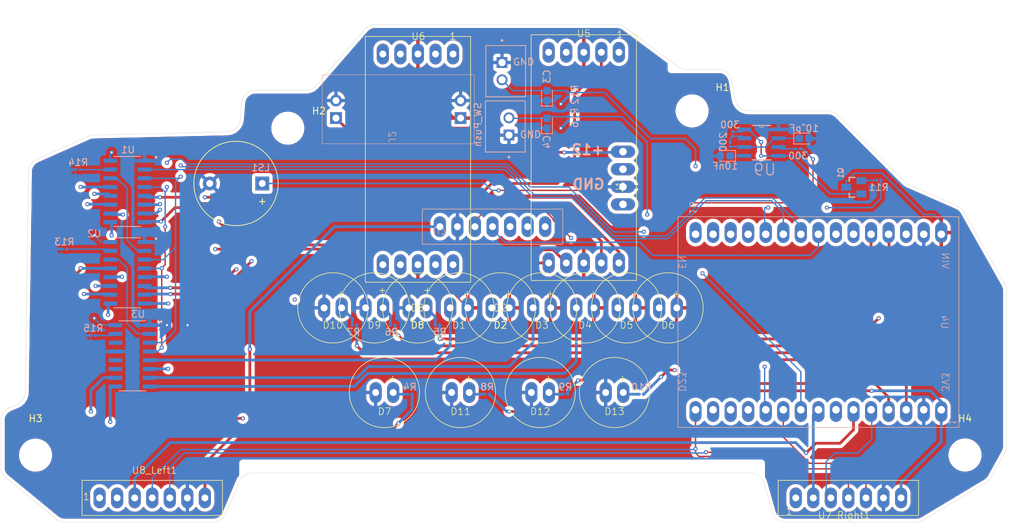
<source format=kicad_pcb>
(kicad_pcb (version 20240108) (generator "pcbnew") (generator_version "8.0")
  (layers (0 "F.Cu" signal) (1 "In1.Cu" signal) (2 "In2.Cu" signal) (31 "B.Cu" signal) (34 "B.Paste" user) (35 "F.Paste" user) (36 "B.SilkS" user "B.Silkscreen") (37 "F.SilkS" user "F.Silkscreen") (38 "B.Mask" user) (39 "F.Mask" user) (44 "Edge.Cuts" user))
  (net 0 "")
  (net 1 "GND")
  (net 2 "Net-(D1-K)")
  (net 3 "Net-(D2-K)")
  (net 4 "Net-(D3-K)")
  (net 5 "Net-(D4-K)")
  (net 6 "Net-(D5-K)")
  (net 7 "Net-(D6-K)")
  (net 8 "Net-(D7-A)")
  (net 9 "Net-(D8-A)")
  (net 10 "Net-(D9-A)")
  (net 11 "Net-(D10-A)")
  (net 12 "Net-(D11-A)")
  (net 13 "Net-(D12-A)")
  (net 14 "Net-(D13-A)")
  (net 15 "+12V")
  (net 16 "Net-(U1-R-EXT)")
  (net 17 "Net-(U2-R-EXT)")
  (net 18 "+3.3V")
  (net 19 "Net-(U1-~{OUT1})")
  (net 20 "Net-(U1-SDO)")
  (net 21 "+5V")
  (net 22 "Net-(U1-~{OUT2})")
  (net 23 "Net-(U9-CV)")
  (net 24 "Net-(U1-~{OUT6})")
  (net 25 "Net-(U1-~{OUT3})")
  (net 26 "Net-(U1-~{OUT4})")
  (net 27 "Net-(U9-THR)")
  (net 28 "Net-(U1-~{OUT5})")
  (net 29 "Net-(U1-~{OUT0})")
  (net 30 "Net-(LS1-Pad1)")
  (net 31 "Net-(U2-~{OUT0})")
  (net 32 "Net-(U2-~{OUT2})")
  (net 33 "Net-(U2-~{OUT5})")
  (net 34 "Net-(U2-~{OUT7})")
  (net 35 "Net-(U2-SDO)")
  (net 36 "Net-(U1-~{OUT7})")
  (net 37 "Net-(U2-~{OUT3})")
  (net 38 "Net-(U2-~{OUT4})")
  (net 39 "Net-(U2-~{OUT1})")
  (net 42 "Net-(U9-DIS)")
  (net 44 "Net-(U9-Q)")
  (net 45 "unconnected-(U4-EN-Pad16)")
  (net 46 "/Button")
  (net 50 "Net-(U2-~{OUT6})")
  (net 54 "Net-(J1-Pin_3)")
  (net 55 "Net-(J1-Pin_1)")
  (net 56 "/D8LED")
  (net 57 "/D9LED")
  (net 58 "/D10LED")
  (net 59 "/D11LED")
  (net 60 "/D12LED")
  (net 61 "/D13LED")
  (net 62 "/555BJT")
  (net 63 "/OEInvert")
  (net 64 "/LE")
  (net 65 "/CLK")
  (net 66 "/SDLU1")
  (net 68 "/SDA")
  (net 69 "/SCL")
  (net 70 "/Button1")
  (net 71 "/U7RightES")
  (net 72 "/CANTX")
  (net 73 "/ESU8Left")
  (net 74 "/CANRX")
  (net 75 "/DCU7Right")
  (net 76 "/DCU8Left")
  (net 77 "Net-(Q1-PadB)")
  (net 78 "Net-(U9-R)")
  (net 79 "Net-(U3-R-EXT)")
  (footprint "bajaRedoSaves:LED 5mm Vertical" (layer "F.Cu") (at 163.52 111.5)
    (property "Reference" "D4")
    (property "Value" "LED")
  )
  (footprint "MountingHole:MountingHole_4.3mm_M4" (layer "F.Cu") (at 120.5 85.5)
    (property "Reference" "H2")
    (property "Value" "MountingHole")
  )
  (footprint "bajaRedoSaves:LED 5mm Vertical" (layer "F.Cu") (at 151.27 111.5)
    (property "Reference" "D2")
    (property "Value" "LED")
  )
  (footprint "bajaRedoSaves:LED 5mm Vertical" (layer "F.Cu") (at 145.27 111.5)
    (property "Reference" "D1")
    (property "Value" "LED")
  )
  (footprint "bajaRedoSaves:LED 5mm Vertical" (layer "F.Cu") (at 175.52 111.5)
    (property "Reference" "D6")
    (property "Value" "LED")
  )
  (footprint "MountingHole:MountingHole_4.3mm_M4" (layer "F.Cu") (at 179 83)
    (property "Reference" "H1")
    (property "Value" "MountingHole" (hide yes))
  )
  (footprint "bajaRedoSaves:LED 5mm Vertical" (layer "F.Cu") (at 167.77 123.75)
    (property "Reference" "D13")
    (property "Value" "LED")
  )
  (footprint "bajaRedoSaves:LED 5mm Vertical" (layer "F.Cu") (at 133.02 111.5)
    (property "Reference" "D9")
    (property "Value" "LED")
  )
  (footprint "bajaRedoSaves:baja 7 segment" (layer "F.Cu") (at 163.33 74.52)
    (property "Reference" "U5")
    (property "Value" "~")
  )
  (footprint "bajaRedoSaves:LED 5mm Vertical" (layer "F.Cu") (at 157.27 111.5)
    (property "Reference" "D3")
    (property "Value" "LED")
  )
  (footprint "MountingHole:MountingHole_4.3mm_M4" (layer "F.Cu") (at 83.9972 132.8125)
    (property "Reference" "H3")
    (property "Value" "MountingHole")
  )
  (footprint "bajaRedoSaves:LED 5mm Vertical" (layer "F.Cu") (at 157.02 123.75)
    (property "Reference" "D12")
    (property "Value" "LED")
  )
  (footprint "bajaRedoSaves:LED 5mm Vertical" (layer "F.Cu") (at 145.48 123.75)
    (property "Reference" "D11")
    (property "Value" "LED")
  )
  (footprint "bajaRedoSaves:LED 5mm Vertical" (layer "F.Cu") (at 139.27 111.5)
    (property "Reference" "D8")
    (property "Value" "LED")
  )
  (footprint "bajaRedoSaves:LED 5mm Vertical" (layer "F.Cu") (at 134.48 123.75)
    (property "Reference" "D7")
    (property "Value" "LED")
  )
  (footprint "bajaRedoSaves:baja 7 segment" (layer "F.Cu") (at 139.33 74.77)
    (property "Reference" "U6")
    (property "Value" "~")
  )
  (footprint "bajaRedoSaves:1x7 Connectors" (layer "F.Cu") (at 93.26 139)
    (property "Reference" "U8_Left1")
    (property "Value" "~")
  )
  (footprint "Custom Connectors:1x4 connector" (layer "F.Cu") (at 169 93.98 90)
    (property "Reference" "J1")
    (property "Value" "Conn_01x04_Pin")
  )
  (footprint "MountingHole:MountingHole_4.3mm_M4" (layer "F.Cu") (at 218.5 132.7977)
    (property "Reference" "H4")
    (property "Value" "MountingHole")
  )
  (footprint "bajaRedoSaves:LED 5mm Vertical" (layer "F.Cu") (at 127.02 111.5)
    (property "Reference" "D10")
    (property "Value" "LED")
  )
  (footprint "bajaRedoSaves:1x7 Connectors" (layer "F.Cu") (at 194 139)
    (property "Reference" "U7_Right1")
    (property "Value" "~")
  )
  (footprint "bajaRedoSaves:LED 5mm Vertical" (layer "F.Cu") (at 169.52 111.5)
    (property "Reference" "D5")
    (property "Value" "LED")
  )
  (footprint "Buzzer_Beeper:Buzzer_12x9.5RM7.6" (layer "F.Cu") (at 116.8 93.5 180)
    (property "Reference" "LS1")
    (property "Value" "Speaker")
  )
  (footprint "Resistor_SMD:R_0201_0603Metric" (layer "B.Cu") (at 171.655 124 180)
    (property "Reference" "R10")
    (property "Value" "300")
  )
  (footprint "Resistor_SMD:R_0201_0603Metric" (layer "B.Cu") (at 92.345 115.5 180)
    (property "Reference" "R15")
    (property "Value" "1000")
  )
  (footprint "Resistor_SMD:R_0201_0603Metric" (layer "B.Cu") (at 206 93 180)
    (property "Reference" "R11" (hide yes))
    (property "Value" "R11")
  )
  (footprint "Resistor_SMD:R_0201_0603Metric" (layer "B.Cu") (at 88.155 103 180)
    (property "Reference" "R13")
    (property "Value" "750")
  )
  (footprint "Resistor_SMD:R_0201_0603Metric" (layer "B.Cu") (at 142.155 114 180)
    (property "Reference" "R5")
    (property "Value" "300")
  )
  (footprint "bajaRedoSaves:JST2pin" (layer "B.Cu") (at 151.975 85.25 -90)
    (property "Reference" "SW2" (hide yes))
    (property "Value" "SW_Push")
  )
  (footprint "bajaRedoSaves:TLC5917ID" (layer "B.Cu") (at 97.275 106.425 180)
    (property "Reference" "U2")
    (property "Value" "TLC5917" (hide yes))
  )
  (footprint "Capacitor_Tantalum_SMD:CP_EIA-1608-08_AVX-J" (layer "B.Cu") (at 195.2125 87)
    (property "Reference" "C2" (hide yes))
    (property "Value" "10^pF")
  )
  (footprint "ESP 32:ESP 32 BAJA" (layer "B.Cu") (at 215.06 113.55 90)
    (property "Reference" "U4")
    (property "Value" "~")
  )
  (footprint "Resistor_SMD:R_0201_0603Metric" (layer "B.Cu") (at 161 80.655 90)
    (property "Reference" "R12")
    (property "Value" "1000")
  )
  (footprint "Resistor_SMD:R_0201_0603Metric" (layer "B.Cu") (at 194.345 88.5)
    (property "Reference" "R3" (hide yes))
    (property "Value" "300")
  )
  (footprint "Capacitor_Tantalum_SMD:CP_EIA-1608-08_AVX-J" (layer "B.Cu") (at 158 80.7875 90)
    (property "Reference" "C3")
    (property "Value" "10uF")
  )
  (footprint "bajaRedoSaves:PowerBoard" (layer "B.Cu") (at 150.466 82.765 90)
    (property "Reference" "J2")
    (property "Value" "Conn_01x04_Pin" (hide yes))
  )
  (footprint "bajaRedoSaves:1x7 Connectors" (layer "B.Cu") (at 142.5 99.75)
    (property "Reference" "U7")
    (property "Value" "~")
  )
  (footprint "Resistor_SMD:R_0201_0603Metric" (layer "B.Cu") (at 184.5 87.845 -90)
    (property "Reference" "R1" (hide yes))
    (property "Value" "200")
  )
  (footprint "bajaRedoSaves:MMBT2222" (layer "B.Cu") (at 202.4 94.05 -90)
    (property "Reference" "Q1")
    (property "Value" "MMBT2222_")
  )
  (footprint "Capacitor_Tantalum_SMD:CP_EIA-1608-08_AVX-J" (layer "B.Cu") (at 158 84.7875 90)
    (property "Reference" "C4")
    (property "Value" "10uF")
  )
  (footprint "Resistor_SMD:R_0201_0603Metric" (layer "B.Cu") (at 138.155 124 180)
    (property "Reference" "R4")
    (property "Value" "300")
  )
  (footprint "bajaRedoSaves:TLC5917ID" (layer "B.Cu") (at 98.025 118.445 180)
    (property "Reference" "U3")
    (property "Value" "TLC5917")
  )
  (footprint "Resistor_SMD:R_0201_0603Metric" (layer "B.Cu") (at 135.655 114 180)
    (property "Reference" "R6")
    (property "Value" "300")
  )
  (footprint "Resistor_SMD:R_0201_0603Metric" (layer "B.Cu") (at 184.845 86.345 -90)
    (property "Reference" "R2" (hide yes))
    (property "Value" "300")
  )
  (footprint "Resistor_SMD:R_0201_0603Metric" (layer "B.Cu") (at 160.655 124 180)
    (property "Reference" "R9")
    (property "Value" "300")
  )
  (footprint "Resistor_SMD:R_0201_0603Metric" (layer "B.Cu") (at 161 84.155 90)
    (property "Reference" "R16")
    (property "Value" "1000")
  )
  (footprint "bajaRedoSaves:TLC555" (layer "B.Cu") (at 189.0362 87.595 180)
    (property "Reference" "U9")
    (property "Value" "TLC555xPS")
  )
  (footprint "bajaRedoSaves:JST2pin" (layer "B.Cu") (at 152.025 77.25 90)
    (property "Reference" "SW1" (hide yes))
    (property "Value" "SW_Push")
  )
  (footprint "Capacitor_Tantalum_SMD:CP_EIA-1608-08_AVX-J" (layer "B.Cu") (at 183.7875 89.5 180)
    (property "Reference" "C1" (hide yes))
    (property "Value" "10nF")
  )
  (footprint "bajaRedoSaves:TLC5917ID" (layer "B.Cu") (at 97.275 94.655 180)
    (property "Reference" "U1")
    (property "Value" "TLC5917" (hide yes))
  )
  (footprint "Resistor_SMD:R_0201_0603Metric" (layer "B.Cu") (at 130.155 114 180)
    (property "Reference" "R7")
    (property "Value" "300")
  )
  (footprint "Resistor_SMD:R_0201_0603Metric" (layer "B.Cu") (at 90.155 91.5 180)
    (property "Reference" "R14")
    (property "Value" "750")
  )
  (footprint "Resistor_SMD:R_0201_0603Metric" (layer "B.Cu") (at 149.345 124 180)
    (property "Reference" "R8")
    (property "Value" "300")
  )
  (gr_line (start 185.221466 81.328798) (end 184.778534 78.671202) (stroke (width 0.05)) (layer "Edge.Cuts"))
  (gr_line (start 113.847174 81.833909) (end 113.649298 84.208429) (stroke (width 0.05)) (layer "Edge.Cuts"))
  (gr_line (start 81.30686 125.511346) (end 80.212162 125.980502) (stroke (width 0.05)) (layer "Edge.Cuts"))
  (gr_line (start 111.516155 141.278434) (end 113.483845 136.621567) (stroke (width 0.05)) (layer "Edge.Cuts"))
  (gr_line (start 222.260088 136.031841) (end 224.248314 132.453034) (stroke (width 0.05)) (layer "Edge.Cuts"))
  (gr_arc (start 91.634303 86.662532) (mid 92.00868 86.538682) (end 92.400081 86.490696) (stroke (width 0.05)) (layer "Edge.Cuts"))
  (gr_arc (start 113.649298 84.208429) (mid 113.027432 85.49824) (end 111.702705 86.041798) (stroke (width 0.05)) (layer "Edge.Cuts"))
  (gr_line (start 109.673862 142.5) (end 88.217531 142.5) (stroke (width 0.05)) (layer "Edge.Cuts"))
  (gr_arc (start 178.161574 77) (mid 177.533476 76.898805) (end 176.968926 76.605488) (stroke (width 0.05)) (layer "Edge.Cuts"))
  (gr_line (start 212.475024 142.214986) (end 221.540766 136.775541) (stroke (width 0.05)) (layer "Edge.Cuts"))
  (gr_line (start 115.326138 135.4) (end 187.485546 135.4) (stroke (width 0.05)) (layer "Edge.Cuts"))
  (gr_arc (start 222.260088 136.031841) (mid 221.949355 136.451016) (end 221.540766 136.775541) (stroke (width 0.05)) (layer "Edge.Cuts"))
  (gr_line (start 169.281074 70.894512) (end 176.968926 76.605488) (stroke (width 0.05)) (layer "Edge.Cuts"))
  (gr_arc (start 113.483845 136.621567) (mid 114.220893 135.733137) (end 115.326138 135.4) (stroke (width 0.05)) (layer "Edge.Cuts"))
  (gr_arc (start 182.805746 77) (mid 184.09847 77.473977) (end 184.778534 78.671202) (stroke (width 0.05)) (layer "Edge.Cuts"))
  (gr_arc (start 82.981462 91.779096) (mid 83.312208 90.706129) (end 84.168975 89.980455) (stroke (width 0.05)) (layer "Edge.Cuts"))
  (gr_arc (start 217.388787 96.732594) (mid 217.927389 97.080422) (end 218.328275 97.580794) (stroke (width 0.05)) (layer "Edge.Cuts"))
  (gr_arc (start 198.671573 83) (mid 199.43694 83.152241) (end 200.085787 83.585787) (stroke (width 0.05)) (layer "Edge.Cuts"))
  (gr_line (start 210.345733 93.651258) (end 217.388787 96.732594) (stroke (width 0.05)) (layer "Edge.Cuts"))
  (gr_arc (start 187.194254 83) (mid 185.90153 82.526023) (end 185.221466 81.328798) (stroke (width 0.05)) (layer "Edge.Cuts"))
  (gr_line (start 124.598018 79.311373) (end 131.651982 71.188627) (stroke (width 0.05)) (layer "Edge.Cuts"))
  (gr_arc (start 224.5 131.481748) (mid 224.436056 131.983431) (end 224.248314 132.453034) (stroke (width 0.05)) (layer "Edge.Cuts"))
  (gr_line (start 200.085787 83.585787) (end 209.733157 93.233157) (stroke (width 0.05)) (layer "Edge.Cuts"))
  (gr_line (start 111.702705 86.041798) (end 92.400081 86.490696) (stroke (width 0.05)) (layer "Edge.Cuts"))
  (gr_arc (start 131.651982 71.188627) (mid 132.332216 70.680299) (end 133.162048 70.5) (stroke (width 0.05)) (layer "Edge.Cuts"))
  (gr_arc (start 192.514454 142.5) (mid 191.307092 142.094452) (end 190.589373 141.042276) (stroke (width 0.05)) (layer "Edge.Cuts"))
  (gr_line (start 91.634303 86.662532) (end 84.168975 89.980455) (stroke (width 0.05)) (layer "Edge.Cuts"))
  (gr_line (start 182.805746 77) (end 178.161574 77) (stroke (width 0.05)) (layer "Edge.Cuts"))
  (gr_arc (start 212.475024 142.214986) (mid 211.979899 142.42743) (end 211.446032 142.5) (stroke (width 0.05)) (layer "Edge.Cuts"))
  (gr_arc (start 88.217531 142.5) (mid 87.54215 142.382514) (end 86.946116 142.043861) (stroke (width 0.05)) (layer "Edge.Cuts"))
  (gr_arc (start 168.088426 70.5) (mid 168.716528 70.601188) (end 169.281074 70.894512) (stroke (width 0.05)) (layer "Edge.Cuts"))
  (gr_line (start 224.5 131.481748) (end 224.5 109.026106) (stroke (width 0.05)) (layer "Edge.Cuts"))
  (gr_line (start 82.981462 91.779096) (end 82.518811 123.702038) (stroke (width 0.05)) (layer "Edge.Cuts"))
  (gr_arc (start 82.518811 123.702038) (mid 82.180701 124.786129) (end 81.30686 125.511346) (stroke (width 0.05)) (layer "Edge.Cuts"))
  (gr_arc (start 79 127.818792) (mid 79.330318 126.71781) (end 80.212162 125.980502) (stroke (width 0.05)) (layer "Edge.Cuts"))
  (gr_arc (start 113.847174 81.833909) (mid 114.486047 80.528235) (end 115.840266 80) (stroke (width 0.05)) (layer "Edge.Cuts"))
  (gr_line (start 79.728585 136.100012) (end 86.946116 142.043861) (stroke (width 0.05)) (layer "Edge.Cuts"))
  (gr_line (start 123.087952 80) (end 115.840266 80) (stroke (width 0.05)) (layer "Edge.Cuts"))
  (gr_line (start 189.410626 136.857724) (end 190.589373 141.042276) (stroke (width 0.05)) (layer "Edge.Cuts"))
  (gr_arc (start 79.728585 136.100012) (mid 79.191276 135.409727) (end 79 134.556151) (stroke (width 0.05)) (layer "Edge.Cuts"))
  (gr_arc (start 224.241126 108.041992) (mid 224.434198 108.51731) (end 224.5 109.026106) (stroke (width 0.05)) (layer "Edge.Cuts"))
  (gr_line (start 187.194254 83) (end 198.671573 83) (stroke (width 0.05)) (layer "Edge.Cuts"))
  (gr_line (start 79 127.818792) (end 79 134.556151) (stroke (width 0.05)) (layer "Edge.Cuts"))
  (gr_line (start 168.088426 70.5) (end 133.162048 70.5) (stroke (width 0.05)) (layer "Edge.Cuts"))
  (gr_line (start 218.328275 97.580794) (end 224.241126 108.041992) (stroke (width 0.05)) (layer "Edge.Cuts"))
  (gr_arc (start 187.485546 135.4) (mid 188.692908 135.805548) (end 189.410626 136.857724) (stroke (width 0.05)) (layer "Edge.Cuts"))
  (gr_arc (start 111.516155 141.278434) (mid 110.779107 142.166864) (end 109.673862 142.5) (stroke (width 0.05)) (layer "Edge.Cuts"))
  (gr_arc (start 210.345733 93.651258) (mid 210.019896 93.47085) (end 209.733157 93.233157) (stroke (width 0.05)) (layer "Edge.Cuts"))
  (gr_line (start 211.446032 142.5) (end 192.514454 142.5) (stroke (width 0.05)) (layer "Edge.Cuts"))
  (gr_arc (start 124.598018 79.311373) (mid 123.917784 79.819701) (end 123.087952 80) (stroke (width 0.05)) (layer "Edge.Cuts"))
  (gr_text "+12" (at 166.5 89.5 0) (layer "B.SilkS") (effects (font (size 1.5 1.5) (thickness 0.3) (bold yes)) (justify left bottom mirror)))
  (gr_text "GND" (at 154 87 0) (layer "B.SilkS") (effects (font (size 1 1)) (justify left bottom)))
  (gr_text "GND" (at 166.5 94.5 0) (layer "B.SilkS") (effects (font (size 1.5 1.5) (thickness 0.3) (bold yes)) (justify left bottom mirror)))
  (gr_text "GND" (at 153 76.5 0) (layer "B.SilkS") (effects (font (size 1 1)) (justify left bottom)))
  (via (at 106 114) (size 0.6) (drill 0.3) (layers "F.Cu" "B.Cu") (net 1))
  (via (at 103 114) (size 0.6) (drill 0.3) (layers "F.Cu" "B.Cu") (net 1))
  (segment (start 212.5 131.5) (end 212.5 126.27) (width 0.4) (layer "B.Cu") (net 1))
  (segment (start 206.7 139) (end 206.7 137.3) (width 0.4) (layer "B.Cu") (net 1))
  (segment (start 102.98 113.98) (end 103 114) (width 0.2) (layer "B.Cu") (net 1))
  (segment (start 87.48 91.48) (end 87.5 91.5) (width 0.2) (layer "B.Cu") (net 1))
  (segment (start 94.59 118) (end 94.8 117.79) (width 0.2) (layer "B.Cu") (net 1))
  (segment (start 212.52 104.52) (end 213.5 105.5) (width 0.2) (layer "B.Cu") (net 1))
  (segment (start 212.5 126.27) (end 212.52 126.25) (width 0.4) (layer "B.Cu") (net 1))
  (segment (start 99.75 113.98) (end 102.98 113.98) (width 0.2) (layer "B.Cu") (net 1))
  (segment (start 212.52 100.85) (end 212.52 104.52) (width 0.2) (layer "B.Cu") (net 1))
  (segment (start 206.7 137.3) (end 212.5 131.5) (width 0.4) (layer "B.Cu") (net 1))
  (segment (start 99.75 119.06) (end 141.94 119.06) (width 0.4) (layer "B.Cu") (net 2))
  (segment (start 144 117) (end 144 111.5) (width 0.4) (layer "B.Cu") (net 2))
  (segment (start 141.94 119.06) (end 144 117) (width 0.4) (layer "B.Cu") (net 2))
  (via (at 103.17 120.33) (size 0.6) (drill 0.3) (layers "F.Cu" "B.Cu") (net 3))
  (segment (start 103.17 120.33) (end 99.75 120.33) (width 0.4) (layer "B.Cu") (net 3))
  (segment (start 99.75 121.6) (end 130.551472 121.6) (width 0.4) (layer "B.Cu") (net 4))
  (segment (start 156 116.5) (end 156 111.5) (width 0.4) (layer "B.Cu") (net 4))
  (segment (start 152.5 120) (end 156 116.5) (width 0.4) (layer "B.Cu") (net 4))
  (segment (start 130.551472 121.6) (end 132.151472 120) (width 0.4) (layer "B.Cu") (net 4))
  (segment (start 132.151472 120) (end 152.5 120) (width 0.4) (layer "B.Cu") (net 4))
  (segment (start 99.75 122.87) (end 130.13 122.87) (width 0.4) (layer "B.Cu") (net 5))
  (segment (start 160.5 121) (end 162.25 119.25) (width 0.4) (layer "B.Cu") (net 5))
  (segment (start 132 121) (end 160.5 121) (width 0.4) (layer "B.Cu") (net 5))
  (segment (start 162.25 119.25) (end 162.25 111.5) (width 0.4) (layer "B.Cu") (net 5))
  (segment (start 130.13 122.87) (end 132 121) (width 0.4) (layer "B.Cu") (net 5))
  (via (at 94.8 128) (size 0.6) (drill 0.3) (layers "F.Cu" "B.Cu") (net 6))
  (segment (start 94.8 128) (end 94.8 122.87) (width 0.4) (layer "B.Cu") (net 6))
  (via (at 92 126.5) (size 0.6) (drill 0.3) (layers "F.Cu" "B.Cu") (net 7))
  (segment (start 93.815001 121.6) (end 94.8 121.6) (width 0.4) (layer "B.Cu") (net 7))
  (segment (start 92 126.5) (end 92 123.415001) (width 0.4) (layer "B.Cu") (net 7))
  (segment (start 92 123.415001) (end 93.815001 121.6) (width 0.4) (layer "B.Cu") (net 7))
  (segment (start 136 124) (end 135.75 123.75) (width 0.4) (layer "B.Cu") (net 8))
  (segment (start 137.835 124) (end 136 124) (width 0.4) (layer "B.Cu") (net 8))
  (segment (start 140.525 111.515) (end 140.54 111.5) (width 0.2) (layer "F.Cu") (net 9))
  (segment (start 141.835 112.795) (end 140.54 111.5) (width 0.4) (layer "B.Cu") (net 9))
  (segment (start 141.835 114) (end 141.835 112.795) (width 0.4) (layer "B.Cu") (net 9))
  (segment (start 135.335 114) (end 135.335 112.545) (width 0.4) (layer "B.Cu") (net 10))
  (segment (start 135.335 112.545) (end 134.29 111.5) (width 0.4) (layer "B.Cu") (net 10))
  (segment (start 129.835 113.045) (end 128.29 111.5) (width 0.4) (layer "B.Cu") (net 11))
  (segment (start 129.835 114) (end 129.835 113.045) (width 0.4) (layer "B.Cu") (net 11))
  (segment (start 147 124) (end 146.75 123.75) (width 0.4) (layer "B.Cu") (net 12))
  (segment (start 149.025 124) (end 147 124) (width 0.4) (layer "B.Cu") (net 12))
  (segment (start 158.54 124) (end 158.29 123.75) (width 0.4) (layer "B.Cu") (net 13))
  (segment (start 160.335 124) (end 158.54 124) (width 0.4) (layer "B.Cu") (net 13))
  (segment (start 169.335 124.045) (end 169.04 123.75) (width 0.2) (layer "F.Cu") (net 14))
  (segment (start 171.335 124) (end 169.29 124) (width 0.4) (layer "B.Cu") (net 14))
  (segment (start 169.29 124) (end 169.04 123.75) (width 0.4) (layer "B.Cu") (net 14))
  (segment (start 129 85.5) (end 148.5 85.5) (width 0.4) (layer "F.Cu") (net 15))
  (segment (start 128.926 85.5) (end 129 85.5) (width 0.4) (layer "F.Cu") (net 15))
  (segment (start 148.5 85.5) (end 152 89) (width 0.4) (layer "F.Cu") (net 15))
  (segment (start 152 89) (end 160.5 89) (width 0.4) (layer "F.Cu") (net 15))
  (segment (start 127.466 84.04) (end 128.926 85.5) (width 0.4) (layer "F.Cu") (net 15))
  (via (at 160.5 89) (size 0.6) (drill 0.3) (layers "F.Cu" "B.Cu") (net 15))
  (segment (start 168.9 89) (end 169 88.9) (width 0.4) (layer "B.Cu") (net 15))
  (segment (start 160.5 89) (end 168.9 89) (width 0.4) (layer "B.Cu") (net 15))
  (segment (start 90.475 91.5) (end 94.78 91.5) (width 0.2) (layer "B.Cu") (net 16))
  (segment (start 94.78 91.5) (end 94.8 91.48) (width 0.2) (layer "B.Cu") (net 16))
  (segment (start 88.475 103) (end 94.55 103) (width 0.2) (layer "B.Cu") (net 17))
  (segment (start 94.55 103) (end 94.8 103.25) (width 0.2) (layer "B.Cu") (net 17))
  (segment (start 204 123.5) (end 205 123.5) (width 0.4) (layer "F.Cu") (net 18))
  (segment (start 113 129.5) (end 118.5 129.5) (width 0.4) (layer "F.Cu") (net 18))
  (segment (start 134 129.5) (end 135 129.5) (width 0.4) (layer "F.Cu") (net 18))
  (segment (start 115 117.5) (end 115 126) (width 0.4) (layer "F.Cu") (net 18))
  (segment (start 115 126) (end 118.5 129.5) (width 0.4) (layer "F.Cu") (net 18))
  (segment (start 136.5 128.2) (end 135.2 129.5) (width 0.4) (layer "F.Cu") (net 18))
  (segment (start 108.5 134) (end 113 129.5) (width 0.4) (layer "F.Cu") (net 18))
  (segment (start 108.5 139) (end 108.5 134) (width 0.4) (layer "F.Cu") (net 18))
  (segment (start 135 129.5) (end 173 129.5) (width 0.4) (layer "F.Cu") (net 18))
  (segment (start 173 129.5) (end 179 123.5) (width 0.4) (layer "F.Cu") (net 18))
  (segment (start 135.2 129.5) (end 135 129.5) (width 0.4) (layer "F.Cu") (net 18))
  (segment (start 118.5 129.5) (end 134 129.5) (width 0.4) (layer "F.Cu") (net 18))
  (segment (start 179 123.5) (end 204 123.5) (width 0.4) (layer "F.Cu") (net 18))
  (via (at 115 117.5) (size 0.6) (drill 0.3) (layers "F.Cu" "B.Cu") (net 18))
  (via (at 205 123.5) (size 0.6) (drill 0.3) (layers "F.Cu" "B.Cu") (net 18))
  (via (at 136.5 128.2) (size 0.6) (drill 0.3) (layers "F.Cu" "B.Cu") (net 18))
  (segment (start 142.5 99.75) (end 127.25 99.75) (width 0.4) (layer "B.Cu") (net 18))
  (segment (start 205 123.5) (end 213.5 123.5) (width 0.4) (layer "B.Cu") (net 18))
  (segment (start 138.475 126.225) (end 136.5 128.2) (width 0.4) (layer "B.Cu") (net 18))
  (segment (start 213.5 123.5) (end 215.06 125.06) (width 0.4) (layer "B.Cu") (net 18))
  (segment (start 115 116) (end 115 117.5) (width 0.4) (layer "B.Cu") (net 18))
  (segment (start 215.06 130.94) (end 215.06 126.25) (width 0.4) (layer "B.Cu") (net 18))
  (segment (start 209.24 139) (end 209.24 136.76) (width 0.4) (layer "B.Cu") (net 18))
  (segment (start 209.24 136.76) (end 215.06 130.94) (width 0.4) (layer "B.Cu") (net 18))
  (segment (start 115 112) (end 115 116) (width 0.4) (layer "B.Cu") (net 18))
  (segment (start 138.475 124) (end 138.475 126.225) (width 0.4) (layer "B.Cu") (net 18))
  (segment (start 127.25 99.75) (end 115 112) (width 0.4) (layer "B.Cu") (net 18))
  (segment (start 215.06 125.06) (end 215.06 126.25) (width 0.4) (layer "B.Cu") (net 18))
  (segment (start 148 95.5) (end 108.5 95.5) (width 0.4) (layer "F.Cu") (net 19))
  (segment (start 162 80.6) (end 162 91) (width 0.4) (layer "F.Cu") (net 19))
  (segment (start 165.87 74.52) (end 165.87 76.73) (width 0.4) (layer "F.Cu") (net 19))
  (segment (start 165.87 76.73) (end 162 80.6) (width 0.4) (layer "F.Cu") (net 19))
  (segment (start 162 91) (end 159.5 93.5) (width 0.4) (layer "F.Cu") (net 19))
  (segment (start 150 93.5) (end 148 95.5) (width 0.4) (layer "F.Cu") (net 19))
  (segment (start 159.5 93.5) (end 150 93.5) (width 0.4) (layer "F.Cu") (net 19))
  (via (at 102 96.5) (size 0.6) (drill 0.3) (layers "F.Cu" "B.Cu") (net 19))
  (via (at 108.5 95.5) (size 0.6) (drill 0.3) (layers "F.Cu" "B.Cu") (net 19))
  (segment (start 99.75 96.56) (end 101.94 96.56) (width 0.4) (layer "B.Cu") (net 19))
  (segment (start 99.81 96.5) (end 99.75 96.56) (width 0.4) (layer "B.Cu") (net 19))
  (segment (start 101.94 96.56) (end 102 96.5) (width 0.4) (layer "B.Cu") (net 19))
  (segment (start 95.784999 92.75) (end 97.25 94.215001) (width 0.2) (layer "B.Cu") (net 20))
  (segment (start 98.765001 103.25) (end 99.75 103.25) (width 0.2) (layer "B.Cu") (net 20))
  (segment (start 97.25 101.734999) (end 98.765001 103.25) (width 0.2) (layer "B.Cu") (net 20))
  (segment (start 94.8 92.75) (end 95.784999 92.75) (width 0.2) (layer "B.Cu") (net 20))
  (segment (start 97.25 94.215001) (end 97.25 101.734999) (width 0.2) (layer "B.Cu") (net 20))
  (segment (start 145.5 84.04) (end 144.54 84.04) (width 0.4) (layer "F.Cu") (net 21))
  (segment (start 139.33 107.83) (end 140 108.5) (width 0.2) (layer "F.Cu") (net 21))
  (segment (start 143.54 108.5) (end 146.54 111.5) (width 0.2) (layer "F.Cu") (net 21))
  (segment (start 163.33 105) (end 163.33 107.83) (width 0.2) (layer "F.Cu") (net 21))
  (segment (start 163.33 107.83) (end 164.79 109.29) (width 0.2) (layer "F.Cu") (net 21))
  (segment (start 140 108.5) (end 143.54 108.5) (width 0.2) (layer "F.Cu") (net 21))
  (segment (start 163.33 74.52) (end 163.33 75.17) (width 0.4) (layer "F.Cu") (net 21))
  (segment (start 164.79 109.29) (end 164.79 111.5) (width 0.2) (layer "F.Cu") (net 21))
  (segment (start 139.33 78.83) (end 139.33 74.77) (width 0.4) (layer "F.Cu") (net 21))
  (segment (start 144.54 84.04) (end 139.33 78.83) (width 0.4) (layer "F.Cu") (net 21))
  (segment (start 139.33 105.25) (end 139.33 107.83) (width 0.2) (layer "F.Cu") (net 21))
  (via (at 95 89) (size 0.6) (drill 0.3) (layers "F.Cu" "B.Cu") (net 21))
  (via (at 160 82) (size 0.6) (drill 0.3) (layers "F.Cu" "B.Cu") (net 21))
  (via (at 92.5 113) (size 0.6) (drill 0.3) (layers "F.Cu" "B.Cu") (net 21))
  (via (at 92.5 101) (size 0.6) (drill 0.3) (layers "F.Cu" "B.Cu") (net 21))
  (via (at 160 85.5) (size 0.6) (drill 0.3) (layers "F.Cu" "B.Cu") (net 21))
  (segment (start 161 84.5) (end 160 85.5) (width 0.4) (layer "B.Cu") (net 21))
  (segment (start 202.5 92) (end 201.3 93.2) (width 0.2) (layer "B.Cu") (net 21))
  (segment (start 161 84.475) (end 161 84.5) (width 0.4) (layer "B.Cu") (net 21))
  (segment (start 206.5 92) (end 202.5 92) (width 0.2) (layer "B.Cu") (net 21))
  (segment (start 161 81) (end 160 82) (width 0.4) (layer "B.Cu") (net 21))
  (segment (start 93.48 113.98) (end 92.5 113) (width 0.2) (layer "B.Cu") (net 21))
  (segment (start 206.5 92) (end 212.5 98) (width 0.2) (layer "B.Cu") (net 21))
  (segment (start 94.8 101.98) (end 93.48 101.98) (width 0.2) (layer "B.Cu") (net 21))
  (segment (start 201.3 93.2) (end 201.3 94.05) (width 0.2) (layer "B.Cu") (net 21))
  (segment (start 94.8 113.98) (end 93.48 113.98) (width 0.2) (layer "B.Cu") (net 21))
  (segment (start 214 98) (end 215.06 99.06) (width 0.2) (layer "B.Cu") (net 21))
  (segment (start 215.06 99.06) (end 215.06 100.85) (width 0.2) (layer "B.Cu") (net 21))
  (segment (start 161 80.975) (end 161 81) (width 0.4) (layer "B.Cu") (net 21))
  (segment (start 94.8 89.2) (end 94.8 90.21) (width 0.2) (layer "B.Cu") (net 21))
  (segment (start 93.48 101.98) (end 92.5 101) (width 0.2) (layer "B.Cu") (net 21))
  (segment (start 95 89) (end 94.8 89.2) (width 0.2) (layer "B.Cu") (net 21))
  (segment (start 212.5 98) (end 214 98) (width 0.2) (layer "B.Cu") (net 21))
  (via (at 102 97.3) (size 0.6) (drill 0.3) (layers "F.Cu" "B.Cu") (net 22))
  (segment (start 99.75 97.83) (end 101.47 97.83) (width 0.4) (layer "B.Cu") (net 22))
  (segment (start 101.47 97.83) (end 102 97.3) (width 0.4) (layer "B.Cu") (net 22))
  (segment (start 184.5 89.5) (end 186.5724 89.5) (width 0.2) (layer "B.Cu") (net 23))
  (via (at 91.5 96.5) (size 0.6) (drill 0.3) (layers "F.Cu" "B.Cu") (net 24))
  (segment (start 94.74 96.5) (end 94.8 96.56) (width 0.4) (layer "B.Cu") (net 24))
  (segment (start 91.5 96.5) (end 94.74 96.5) (width 0.4) (layer "B.Cu") (net 24))
  (segment (start 161 97) (end 104.15 97) (width 0.4) (layer "F.Cu") (net 25))
  (segment (start 165.87 101.87) (end 161 97) (width 0.4) (layer "F.Cu") (net 25))
  (segment (start 165.87 105) (end 165.87 101.87) (width 0.4) (layer "F.Cu") (net 25))
  (segment (start 104.15 97) (end 102.15 99) (width 0.4) (layer "F.Cu") (net 25))
  (via (at 102.15 99) (size 0.6) (drill 0.3) (layers "F.Cu" "B.Cu") (net 25))
  (segment (start 102.15 99) (end 99.85 99) (width 0.4) (layer "B.Cu") (net 25))
  (segment (start 99.85 99) (end 99.75 99.1) (width 0.4) (layer "B.Cu") (net 25))
  (segment (start 148 105) (end 146 103) (width 0.4) (layer "F.Cu") (net 26))
  (segment (start 146 103) (end 110 103) (width 0.4) (layer "F.Cu") (net 26))
  (segment (start 158.25 105) (end 148 105) (width 0.4) (layer "F.Cu") (net 26))
  (via (at 110 103) (size 0.6) (drill 0.3) (layers "F.Cu" "B.Cu") (net 26))
  (via (at 95 101) (size 0.6) (drill 0.3) (layers "F.Cu" "B.Cu") (net 26))
  (segment (start 95 101) (end 95 99.3) (width 0.4) (layer "B.Cu") (net 26))
  (segment (start 95 99.3) (end 94.8 99.1) (width 0.4) (layer "B.Cu") (net 26))
  (segment (start 191.5 86.96) (end 194.46 86.96) (width 0.2) (layer "B.Cu") (net 27))
  (segment (start 191.5 86.96) (end 190.9 86.96) (width 0.2) (layer "B.Cu") (net 27))
  (segment (start 186.5074 88.165) (end 186.5724 88.23) (width 0.2) (layer "B.Cu") (net 27))
  (segment (start 189.63 88.23) (end 186.5724 88.23) (width 0.2) (layer "B.Cu") (net 27))
  (segment (start 194.46 86.96) (end 194.5 87) (width 0.2) (layer "B.Cu") (net 27))
  (segment (start 184.5 88.165) (end 186.5074 88.165) (width 0.2) (layer "B.Cu") (net 27))
  (segment (start 190.9 86.96) (end 189.63 88.23) (width 0.2) (layer "B.Cu") (net 27))
  (via (at 96.65 98) (size 0.6) (drill 0.3) (layers "F.Cu" "B.Cu") (net 28))
  (segment (start 96.65 98) (end 94.97 98) (width 0.4) (layer "B.Cu") (net 28))
  (segment (start 94.97 98) (end 94.8 97.83) (width 0.4) (layer "B.Cu") (net 28))
  (segment (start 161.4 96.4) (end 106.9 96.4) (width 0.4) (layer "F.Cu") (net 29))
  (segment (start 106.9 96.4) (end 106 95.5) (width 0.4) (layer "F.Cu") (net 29))
  (segment (start 106 95.5) (end 102 95.5) (width 0.4) (layer "F.Cu") (net 29))
  (segment (start 168.41 105) (end 168.41 103.41) (width 0.4) (layer "F.Cu") (net 29))
  (segment (start 168.41 103.41) (end 161.4 96.4) (width 0.4) (layer "F.Cu") (net 29))
  (via (at 102 95.5) (size 0.6) (drill 0.3) (layers "F.Cu" "B.Cu") (net 29))
  (segment (start 99.96 95.5) (end 99.75 95.29) (width 0.4) (layer "B.Cu") (net 29))
  (segment (start 102 95.5) (end 99.96 95.5) (width 0.4) (layer "B.Cu") (net 29))
  (segment (start 195.205 96.295) (end 195.5 96) (width 0.2) (layer "F.Cu") (net 30))
  (segment (start 177.705 96.295) (end 176.5 97.5) (width 0.2) (layer "F.Cu") (net 30))
  (segment (start 188.705 96.295) (end 177.705 96.295) (width 0.2) (layer "F.Cu") (net 30))
  (segment (start 175 99) (end 167.5 99) (width 0.2) (layer "F.Cu") (net 30))
  (segment (start 163 94.5) (end 151 94.5) (width 0.2) (layer "F.Cu") (net 30))
  (segment (start 167.5 99) (end 163 94.5) (width 0.2) (layer "F.Cu") (net 30))
  (segment (start 196.5 90) (end 196.5 95) (width 0.2) (layer "F.Cu") (net 30))
  (segment (start 196.5 95) (end 195.5 96) (width 0.2) (layer "F.Cu") (net 30))
  (segment (start 176.5 97.5) (end 175 99) (width 0.2) (layer "F.Cu") (net 30))
  (segment (start 188.705 96.295) (end 195.205 96.295) (width 0.2) (layer "F.Cu") (net 30))
  (via (at 196.5 90) (size 0.6) (drill 0.3) (layers "F.Cu" "B.Cu") (net 30))
  (via (at 151 94.5) (size 0.6) (drill 0.3) (layers "F.Cu" "B.Cu") (net 30))
  (segment (start 149 93.5) (end 116.8 93.5) (width 0.2) (layer "B.Cu") (net 30))
  (segment (start 150 94.5) (end 149 93.5) (width 0.2) (layer "B.Cu") (net 30))
  (segment (start 151 94.5) (end 150 94.5) (width 0.2) (layer "B.Cu") (net 30))
  (segment (start 195 88.5) (end 196.5 90) (width 0.2) (layer "B.Cu") (net 30))
  (segment (start 194.665 88.5) (end 195 88.5) (width 0.2) (layer "B.Cu") (net 30))
  (via (at 103 107) (size 0.6) (drill 0.3) (layers "F.Cu" "B.Cu") (net 31))
  (segment (start 103 107) (end 99.81 107) (width 0.4) (layer "B.Cu") (net 31))
  (segment (start 99.81 107) (end 99.75 107.06) (width 0.4) (layer "B.Cu") (net 31))
  (segment (start 115.244975 104.744975) (end 115.244975 104.755025) (width 0.4) (layer "F.Cu") (net 32))
  (segment (start 115.244975 104.755025) (end 110.5 109.5) (width 0.4) (layer "F.Cu") (net 32))
  (segment (start 110.5 109.5) (end 103.5 109.5) (width 0.4) (layer "F.Cu") (net 32))
  (via (at 115.244975 104.744975) (size 0.6) (drill 0.3) (layers "F.Cu" "B.Cu") (net 32))
  (via (at 103.5 109.5) (size 0.6) (drill 0.3) (layers "F.Cu" "B.Cu") (net 32))
  (segment (start 99.85 109.5) (end 99.75 109.6) (width 0.4) (layer "B.Cu") (net 32))
  (segment (start 103.5 109.5) (end 99.85 109.5) (width 0.4) (layer "B.Cu") (net 32))
  (via (at 91 109.5) (size 0.6) (drill 0.3) (layers "F.Cu" "B.Cu") (net 33))
  (segment (start 91 109.5) (end 94.7 109.5) (width 0.4) (layer "B.Cu") (net 33))
  (segment (start 94.7 109.5) (end 94.8 109.6) (width 0.4) (layer "B.Cu") (net 33))
  (via (at 96.5 107) (size 0.6) (drill 0.3) (layers "F.Cu" "B.Cu") (net 34))
  (segment (start 96.5 107) (end 94.86 107) (width 0.4) (layer "B.Cu") (net 34))
  (segment (start 94.86 107) (end 94.8 107.06) (width 0.4) (layer "B.Cu") (net 34))
  (segment (start 98.765001 115.25) (end 97.25 113.734999) (width 0.2) (layer "B.Cu") (net 35))
  (segment (start 99.75 115.25) (end 98.765001 115.25) (width 0.2) (layer "B.Cu") (net 35))
  (segment (start 97.25 105.75) (end 96.02 104.52) (width 0.2) (layer "B.Cu") (net 35))
  (segment (start 97.25 113.734999) (end 97.25 105.75) (width 0.2) (layer "B.Cu") (net 35))
  (segment (start 96.02 104.52) (end 94.8 104.52) (width 0.2) (layer "B.Cu") (net 35))
  (segment (start 146.5 102.4) (end 113.9 102.4) (width 0.4) (layer "F.Cu") (net 36))
  (segment (start 160.79 105) (end 158.89 103.1) (width 0.4) (layer "F.Cu") (net 36))
  (segment (start 156.1 104.4) (end 148.5 104.4) (width 0.4) (layer "F.Cu") (net 36))
  (segment (start 148.5 104.4) (end 146.5 102.4) (width 0.4) (layer "F.Cu") (net 36))
  (segment (start 113.9 102.4) (end 110.5 99) (width 0.4) (layer "F.Cu") (net 36))
  (segment (start 157.4 103.1) (end 156.1 104.4) (width 0.4) (layer "F.Cu") (net 36))
  (segment (start 158.89 103.1) (end 157.4 103.1) (width 0.4) (layer "F.Cu") (net 36))
  (via (at 92.5 95) (size 0.6) (drill 0.3) (layers "F.Cu" "B.Cu") (net 36))
  (via (at 110.5 99) (size 0.6) (drill 0.3) (layers "F.Cu" "B.Cu") (net 36))
  (segment (start 92.5 95) (end 94.51 95) (width 0.4) (layer "B.Cu") (net 36))
  (segment (start 94.51 95) (end 94.8 95.29) (width 0.4) (layer "B.Cu") (net 36))
  (via (at 103.2 110.87) (size 0.6) (drill 0.3) (layers "F.Cu" "B.Cu") (net 37))
  (segment (start 103.2 110.87) (end 99.75 110.87) (width 0.4) (layer "B.Cu") (net 37))
  (via (at 94.5 112.5) (size 0.6) (drill 0.3) (layers "F.Cu" "B.Cu") (net 38))
  (via (at 121.5 110.3) (size 0.6) (drill 0.3) (layers "F.Cu" "B.Cu") (net 38))
  (segment (start 94.5 112.5) (end 94.5 111.17) (width 0.4) (layer "B.Cu") (net 38))
  (segment (start 94.5 111.17) (end 94.8 110.87) (width 0.4) (layer "B.Cu") (net 38))
  (segment (start 112.934313 105.934313) (end 110.268626 108.6) (width 0.4) (layer "F.Cu") (net 39))
  (segment (start 110.268626 108.6) (end 103.5 108.6) (width 0.4) (layer "F.Cu") (net 39))
  (segment (start 113.065687 105.934313) (end 112.934313 105.934313) (width 0.4) (layer "F.Cu") (net 39))
  (via (at 113.065687 105.934313) (size 0.6) (drill 0.3) (layers "F.Cu" "B.Cu") (net 39))
  (via (at 103.5 108.6) (size 0.6) (drill 0.3) (layers "F.Cu" "B.Cu") (net 39))
  (segment (start 103.5 108.6) (end 100.02 108.6) (width 0.4) (layer "B.Cu") (net 39))
  (segment (start 100.02 108.6) (end 99.75 108.33) (width 0.4) (layer "B.Cu") (net 39))
  (segment (start 184.5 87.525) (end 184.5 87.01) (width 0.2) (layer "B.Cu") (net 42))
  (segment (start 184.5 87.01) (end 184.845 86.665) (width 0.2) (layer "B.Cu") (net 42))
  (segment (start 186.2774 86.665) (end 186.5724 86.96) (width 0.2) (layer "B.Cu") (net 42))
  (segment (start 184.845 86.665) (end 186.2774 86.665) (width 0.2) (layer "B.Cu") (net 42))
  (segment (start 191.77 88.5) (end 191.5 88.23) (width 0.2) (layer "B.Cu") (net 44))
  (segment (start 194.025 88.5) (end 191.77 88.5) (width 0.2) (layer "B.Cu") (net 44))
  (segment (start 179.85 100.85) (end 180 101) (width 0.4) (layer "F.Cu") (net 45))
  (segment (start 179.5 100.85) (end 179.85 100.85) (width 0.4) (layer "F.Cu") (net 45))
  (via (at 179.5 91) (size 0.6) (drill 0.3) (layers "F.Cu" "B.Cu") (net 46))
  (segment (start 158 80.075) (end 153.075 80.075) (width 0.2) (layer "B.Cu") (net 46))
  (segment (start 178 87) (end 179.5 88.5) (width 0.2) (layer "B.Cu") (net 46))
  (segment (start 173 87) (end 178 87) (width 0.2) (layer "B.Cu") (net 46))
  (segment (start 166.335 80.335) (end 173 87) (width 0.2) (layer "B.Cu") (net 46))
  (segment (start 153.075 80.075) (end 151.5 78.5) (width 0.2) (layer "B.Cu") (net 46))
  (segment (start 161 80.335) (end 166.335 80.335) (width 0.2) (layer "B.Cu") (net 46))
  (segment (start 158 80.075) (end 160.74 80.075) (width 0.2) (layer "B.Cu") (net 46))
  (segment (start 160.74 80.075) (end 161 80.335) (width 0.2) (layer "B.Cu") (net 46))
  (segment (start 179.5 89.5) (end 179.5 91) (width 0.2) (layer "B.Cu") (net 46))
  (segment (start 179.5 88.5) (end 179.5 89.5) (width 0.2) (layer "B.Cu") (net 46))
  (via (at 92.67 108.33) (size 0.6) (drill 0.3) (layers "F.Cu" "B.Cu") (net 50))
  (segment (start 92.67 108.33) (end 94.8 108.33) (width 0.4) (layer "B.Cu") (net 50))
  (segment (start 204.9 111.1) (end 204.9 100.85) (width 0.4) (layer "F.Cu") (net 56))
  (segment (start 144.475 116) (end 200 116) (width 0.4) (layer "F.Cu") (net 56))
  (segment (start 142.5 116) (end 144.475 116) (width 0.4) (layer "F.Cu") (net 56))
  (segment (start 200 116) (end 204.9 111.1) (width 0.4) (layer "F.Cu") (net 56))
  (via (at 142.5 116) (size 0.6) (drill 0.3) (layers "F.Cu" "B.Cu") (net 56))
  (segment (start 142.475 115.975) (end 142.5 116) (width 0.2) (layer "B.Cu") (net 56))
  (segment (start 142.475 114) (end 142.475 115.975) (width 0.4) (layer "B.Cu") (net 56))
  (segment (start 138 117) (end 202 117) (width 0.4) (layer "F.Cu") (net 57))
  (segment (start 202 117) (end 206 113) (width 0.4) (layer "F.Cu") (net 57))
  (segment (start 136.5 115.5) (end 138 117) (width 0.4) (layer "F.Cu") (net 57))
  (via (at 136.5 115.5) (size 0.6) (drill 0.3) (layers "F.Cu" "B.Cu") (net 57))
  (via (at 206 113) (size 0.6) (drill 0.3) (layers "F.Cu" "B.Cu") (net 57))
  (segment (start 135.975 114.975) (end 136.5 115.5) (width 0.4) (layer "B.Cu") (net 57))
  (segment (start 135.975 114) (end 135.975 114.975) (width 0.4) (layer "B.Cu") (net 57))
  (segment (start 207.5 100.91) (end 207.44 100.85) (width 0.4) (layer "F.Cu") (net 58))
  (segment (start 203.5 118) (end 207.5 114) (width 0.4) (layer "F.Cu") (net 58))
  (segment (start 130.5 117) (end 131.5 118) (width 0.4) (layer "F.Cu") (net 58))
  (segment (start 131.5 118) (end 203.5 118) (width 0.4) (layer "F.Cu") (net 58))
  (segment (start 207.5 114) (end 207.5 100.91) (width 0.4) (layer "F.Cu") (net 58))
  (via (at 130.5 117) (size 0.6) (drill 0.3) (layers "F.Cu" "B.Cu") (net 58))
  (segment (start 130.475 114) (end 130.475 116.975) (width 0.4) (layer "B.Cu") (net 58))
  (segment (start 130.475 116.975) (end 130.5 117) (width 0.4) (layer "B.Cu") (net 58))
  (segment (start 152.5 126.5) (end 171.5 126.5) (width 0.4) (layer "F.Cu") (net 59))
  (segment (start 171.5 126.5) (end 175.55 122.45) (width 0.4) (layer "F.Cu") (net 59))
  (segment (start 205.45 122.45) (end 207.44 124.44) (width 0.4) (layer "F.Cu") (net 59))
  (segment (start 175.55 122.45) (end 205.45 122.45) (width 0.4) (layer "F.Cu") (net 59))
  (segment (start 207.44 124.44) (end 207.44 126.25) (width 0.4) (layer "F.Cu") (net 59))
  (via (at 152.5 126.5) (size 0.6) (drill 0.3) (layers "F.Cu" "B.Cu") (net 59))
  (segment (start 152.165 126.5) (end 149.665 124) (width 0.4) (layer "B.Cu") (net 59))
  (segment (start 152.5 126.5) (end 152.165 126.5) (width 0.4) (layer "B.Cu") (net 59))
  (segment (start 162.5 122) (end 163 122) (width 0.4) (layer "F.Cu") (net 60))
  (segment (start 163 122) (end 164 121) (width 0.4) (layer "F.Cu") (net 60))
  (segment (start 164 121) (end 168 121) (width 0.4) (layer "F.Cu") (net 60))
  (segment (start 210 122) (end 210 126.23) (width 0.4) (layer "F.Cu") (net 60))
  (segment (start 210 126.23) (end 209.98 126.25) (width 0.4) (layer "F.Cu") (net 60))
  (segment (start 170 119) (end 207 119) (width 0.4) (layer "F.Cu") (net 60))
  (segment (start 207 119) (end 210 122) (width 0.4) (layer "F.Cu") (net 60))
  (segment (start 168 121) (end 170 119) (width 0.4) (layer "F.Cu") (net 60))
  (via (at 162.5 122) (size 0.6) (drill 0.3) (layers "F.Cu" "B.Cu") (net 60))
  (segment (start 160.975 124) (end 160.975 123.525) (width 0.4) (layer "B.Cu") (net 60))
  (segment (start 160.975 123.525) (end 162.5 122) (width 0.4) (layer "B.Cu") (net 60))
  (segment (start 174.5 121.5) (end 175.5 120.5) (width 0.4) (layer "F.Cu") (net 61))
  (segment (start 176.5 120.5) (end 175.85 120.5) (width 0.4) (layer "F.Cu") (net 61))
  (segment (start 175.5 120.5) (end 175.85 120.5) (width 0.4) (layer "F.Cu") (net 61))
  (via (at 176.5 120.5) (size 0.6) (drill 0.3) (layers "F.Cu" "B.Cu") (net 61))
  (via (at 174.5 121.5) (size 0.6) (drill 0.3) (layers "F.Cu" "B.Cu") (net 61))
  (segment (start 171.975 124) (end 172 124) (width 0.4) (layer "B.Cu") (net 61))
  (segment (start 172 124) (end 174.5 121.5) (width 0.4) (layer "B.Cu") (net 61))
  (via (at 198.5 97) (size 0.6) (drill 0.3) (layers "F.Cu" "B.Cu") (net 62))
  (via (at 190 97) (size 0.6) (drill 0.3) (layers "F.Cu" "B.Cu") (net 62))
  (segment (start 206.32 95.68) (end 206.32 93) (width 0.2) (layer "B.Cu") (net 62))
  (segment (start 189.5 97) (end 189.5 100.69) (width 0.2) (layer "B.Cu") (net 62))
  (segment (start 190 97) (end 189.5 97) (width 0.2) (layer "B.Cu") (net 62))
  (segment (start 189.5 100.69) (end 189.66 100.85) (width 0.2) (layer "B.Cu") (net 62))
  (segment (start 205 97) (end 206.32 95.68) (width 0.2) (layer "B.Cu") (net 62))
  (segment (start 198.5 97) (end 205 97) (width 0.2) (layer "B.Cu") (net 62))
  (segment (start 112.5 127.5) (end 114 127.5) (width 0.4) (layer "F.Cu") (net 63))
  (segment (start 110.5 129.5) (end 112.5 127.5) (width 0.4) (layer "F.Cu") (net 63))
  (segment (start 90.5 106) (end 89.5 107) (width 0.4) (layer "F.Cu") (net 63))
  (segment (start 92.5 129.5) (end 110.5 129.5) (width 0.4) (layer "F.Cu") (net 63))
  (segment (start 90.5 105.755025) (end 90.5 106) (width 0.4) (layer "F.Cu") (net 63))
  (segment (start 89.5 126.5) (end 92.5 129.5) (width 0.4) (layer "F.Cu") (net 63))
  (segment (start 89.5 107) (end 89.5 126.5) (width 0.4) (layer "F.Cu") (net 63))
  (via (at 90.5 94) (size 0.6) (drill 0.3) (layers "F.Cu" "B.Cu") (net 63))
  (via (at 90.5 105.755025) (size 0.6) (drill 0.3) (layers "F.Cu" "B.Cu") (net 63))
  (via (at 114 127.5) (size 0.6) (drill 0.3) (layers "F.Cu" "B.Cu") (net 63))
  (segment (start 90.5 94) (end 90.52 94.02) (width 0.4) (layer "B.Cu") (net 63))
  (segment (start 90.5 105.755025) (end 90.534975 105.79) (width 0.4) (layer "B.Cu") (net 63))
  (segment (start 90.534975 105.79) (end 94.8 105.79) (width 0.4) (layer "B.Cu") (net 63))
  (segment (start 90.52 94.02) (end 94.8 94.02) (width 0.4) (layer "B.Cu") (net 63))
  (segment (start 102.25 117.25) (end 102.25 105.75) (width 0.2) (layer "F.Cu") (net 64))
  (segment (start 102.75 105.25) (end 102.75 99.75) (width 0.2) (layer "F.Cu") (net 64))
  (segment (start 102.25 105.75) (end 102.75 105.25) (width 0.2) (layer "F.Cu") (net 64))
  (via (at 102.75 99.75) (size 0.6) (drill 0.3) (layers "F.Cu" "B.Cu") (net 64))
  (via (at 189.5 120) (size 0.6) (drill 0.3) (layers "F.Cu" "B.Cu") (net 64))
  (via (at 102.25 105.75) (size 0.6) (drill 0.3) (layers "F.Cu" "B.Cu") (net 64))
  (via (at 102.25 117.25) (size 0.6) (drill 0.3) (layers "F.Cu" "B.Cu") (net 64))
  (via (at 172 100.5) (size 0.6) (drill 0.3) (layers "F.Cu" "B.Cu") (net 64))
  (via (at 103 90.5) (size 0.6) (drill 0.3) (layers "F.Cu" "B.Cu") (net 64))
  (via (at 103 94) (size 0.6) (drill 0.3) (layers "F.Cu" "B.Cu") (net 64))
  (segment (start 152.245686 90.68) (end 155.565686 94) (width 0.2) (layer "B.Cu") (net 64))
  (segment (start 99.75 94.02) (end 102.02 94.02) (width 0.2) (layer "B.Cu") (net 64))
  (segment (start 102.75 94.75) (end 102.75 99.75) (width 0.2) (layer "B.Cu") (net 64))
  (segment (start 102.25 105.75) (end 102.21 105.79) (width 0.2) (layer "B.Cu") (net 64))
  (segment (start 167.631372 100.5) (end 172 100.5) (width 0.2) (layer "B.Cu") (net 64))
  (segment (start 103 90.5) (end 103.5 90) (width 0.2) (layer "B.Cu") (net 64))
  (segment (start 103.5 90) (end 105.16 90) (width 0.2) (layer "B.Cu") (net 64))
  (segment (start 155.565686 94) (end 161.131372 94) (width 0.2) (layer "B.Cu") (net 64))
  (segment (start 103 94.5) (end 103 94) (width 0.2) (layer "B.Cu") (net 64))
  (segment (start 161.131372 94) (end 167.631372 100.5) (width 0.2) (layer "B.Cu") (net 64))
  (segment (start 189.5 120) (end 189.5 126.09) (width 0.2) (layer "B.Cu") (net 64))
  (segment (start 102.75 94.75) (end 103 94.5) (width 0.2) (layer "B.Cu") (net 64))
  (segment (start 102.21 105.79) (end 99.75 105.79) (width 0.2) (layer "B.Cu") (net 64))
  (segment (start 105.16 90) (end 105.84 90.68) (width 0.2) (layer "B.Cu") (net 64))
  (segment (start 102.25 117.25) (end 101.71 117.79) (width 0.2) (layer "B.Cu") (net 64))
  (segment (start 101.71 117.79) (end 99.75 117.79) (width 0.2) (layer "B.Cu") (net 64))
  (segment (start 189.5 126.09) (end 189.66 126.25) (width 0.2) (layer "B.Cu") (net 64))
  (segment (start 102.02 94.02) (end 102.75 94.75) (width 0.2) (layer "B.Cu") (net 64))
  (segment (start 105.84 90.68) (end 152.245686 90.68) (width 0.2) (layer "B.Cu") (net 64))
  (via (at 105 90.88) (size 0.6) (drill 0.3) (layers "F.Cu" "B.Cu") (net 65))
  (via (at 105 92.5) (size 0.6) (drill 0.3) (layers "F.Cu" "B.Cu") (net 65))
  (segment (start 102.48 116.52) (end 104.25 114.75) (width 0.2) (layer "B.Cu") (net 65))
  (segment (start 102.48 104.52) (end 99.75 104.52) (width 0.2) (layer "B.Cu") (net 65))
  (segment (start 104.25 93.25) (end 105 92.5) (width 0.2) (layer "B.Cu") (net 65))
  (segment (start 99.75 116.52) (end 102.48 116.52) (width 0.2) (layer "B.Cu") (net 65))
  (segment (start 104.25 102.3) (end 104.25 102.75) (width 0.2) (layer "B.Cu") (net 65))
  (segment (start 161.665686 95.1) (end 156.1 95.1) (width 0.2) (layer "B.Cu") (net 65))
  (segment (start 175.334314 101.1) (end 167.665686 101.1) (width 0.2) (layer "B.Cu") (net 65))
  (segment (start 104.25 102.75) (end 102.48 104.52) (width 0.2) (layer "B.Cu") (net 65))
  (segment (start 102.75 92.75) (end 102.5 92.75) (width 0.2) (layer "B.Cu") (net 65))
  (segment (start 156.1 95.1) (end 152.08 91.08) (width 0.2) (layer "B.Cu") (net 65))
  (segment (start 105.2 91.08) (end 105 90.88) (width 0.2) (layer "B.Cu") (net 65))
  (segment (start 167.665686 101.1) (end 161.665686 95.1) (width 0.2) (layer "B.Cu") (net 65))
  (segment (start 194.74 99.674314) (end 190.665686 95.6) (width 0.2) (layer "B.Cu") (net 65))
  (segment (start 102.75 92.75) (end 104.75 92.75) (width 0.2) (layer "B.Cu") (net 65))
  (segment (start 180.834314 95.6) (end 175.334314 101.1) (width 0.2) (layer "B.Cu") (net 65))
  (segment (start 152.08 91.08) (end 105.2 91.08) (width 0.2) (layer "B.Cu") (net 65))
  (segment (start 104.25 102.3) (end 104.25 93.25) (width 0.2) (layer "B.Cu") (net 65))
  (segment (start 104.25 114.75) (end 104.25 102.75) (width 0.2) (layer "B.Cu") (net 65))
  (segment (start 194.74 100.85) (end 194.74 99.674314) (width 0.2) (layer "B.Cu") (net 65))
  (segment (start 104.75 92.75) (end 105 92.5) (width 0.2) (layer "B.Cu") (net 65))
  (segment (start 102.5 92.75) (end 99.75 92.75) (width 0.2) (layer "B.Cu") (net 65))
  (segment (start 190.665686 95.6) (end 180.834314 95.6) (width 0.2) (layer "B.Cu") (net 65))
  (segment (start 192.2 97.7) (end 190.5 96) (width 0.2) (layer "B.Cu") (net 66))
  (segment (start 175.5 101.5) (end 167.5 101.5) (width 0.2) (layer "B.Cu") (net 66))
  (segment (start 151.914314 91.48) (end 99.75 91.48) (width 0.2) (layer "B.Cu") (net 66))
  (segment (start 192.2 100.85) (end 192.2 97.7) (width 0.2) (layer "B.Cu") (net 66))
  (segment (start 167.5 101.5) (end 161.5 95.5) (width 0.2) (layer "B.Cu") (net 66))
  (segment (start 161.5 95.5) (end 155.934314 95.5) (width 0.2) (layer "B.Cu") (net 66))
  (segment (start 190.5 96) (end 181 96) (width 0.2) (layer "B.Cu") (net 66))
  (segment (start 181 96) (end 175.5 101.5) (width 0.2) (layer "B.Cu") (net 66))
  (segment (start 155.934314 95.5) (end 151.914314 91.48) (width 0.2) (layer "B.Cu") (net 66))
  (segment (start 201.62 136.12) (end 201.62 139) (width 0.2) (layer "F.Cu") (net 68))
  (segment (start 179.5 132.5) (end 180 133) (width 0.2) (layer "F.Cu") (net 68))
  (segment (start 190.800003 134.800003) (end 200.300003 134.800003) (width 0.2) (layer "F.Cu") (net 68))
  (segment (start 180 133) (end 189 133) (width 0.2) (layer "F.Cu") (net 68))
  (segment (start 179.5 131.9) (end 179.5 132.5) (width 0.2) (layer "F.Cu") (net 68))
  (segment (start 200.300003 134.800003) (end 201.62 136.12) (width 0.2) (layer "F.Cu") (net 68))
  (segment (start 189 133) (end 190.800003 134.800003) (width 0.2) (layer "F.Cu") (net 68))
  (segment (start 179.5 131.9) (end 179.5 126.25) (width 0.2) (layer "F.Cu") (net 68))
  (via (at 179.5 131.9) (size 0.6) (drill 0.3) (layers "F.Cu" "B.Cu") (net 68))
  (segment (start 105 132) (end 100.88 136.12) (width 0.2) (layer "B.Cu") (net 68))
  (segment (start 100.88 136.12) (end 100.88 139) (width 0.2) (layer "B.Cu") (net 68))
  (segment (start 179.5 131.9) (end 179.4 132) (width 0.2) (layer "B.Cu") (net 68))
  (segment (start 179.4 132) (end 105 132) (width 0.2) (layer "B.Cu") (net 68))
  (segment (start 192.2 130.2) (end 194.4 132.4) (width 0.2) (layer "F.Cu") (net 69))
  (segment (start 201.5 134) (end 204.16 136.66) (width 0.2) (layer "F.Cu") (net 69))
  (segment (start 192.2 126.25) (end 192.2 130.2) (width 0.2) (layer "F.Cu") (net 69))
  (segment (start 194.4 132.4) (end 196 134) (width 0.2) (layer "F.Cu") (net 69))
  (segment (start 196 134) (end 201.5 134) (width 0.2) (layer "F.Cu") (net 69))
  (segment (start 204.16 136.66) (end 204.16 139) (width 0.2) (layer "F.Cu") (net 69))
  (segment (start 181 132.4) (end 194.4 132.4) (width 0.2) (layer "F.Cu") (net 69))
  (via (at 181 132.4) (size 0.6) (drill 0.3) (layers "F.Cu" "B.Cu") (net 69))
  (segment (start 103.42 134.58) (end 103.42 139) (width 0.2) (layer "B.Cu") (net 69))
  (segment (start 105.5 132.5) (end 103.42 134.58) (width 0.2) (layer "B.Cu") (net 69))
  (segment (start 181 132.4) (end 180.9 132.5) (width 0.2) (layer "B.Cu") (net 69))
  (segment (start 204.16 139) (end 204.16 138.16) (width 0.2) (layer "B.Cu") (net 69))
  (segment (start 180.9 132.5) (end 105.5 132.5) (width 0.2) (layer "B.Cu") (net 69))
  (via (at 180.5 106.5) (size 0.6) (drill 0.3) (layers "F.Cu" "B.Cu") (net 70))
  (via (at 172.5 98) (size 0.6) (drill 0.3) (layers "F.Cu" "B.Cu") (net 70))
  (segment (start 172.5 87.5) (end 172.5 95.5) (width 0.2) (layer "B.Cu") (net 70))
  (segment (start 158 84.075) (end 158.24 83.835) (width 0.2) (layer "B.Cu") (net 70))
  (segment (start 152.575 84.075) (end 152.5 84) (width 0.2) (layer "B.Cu") (net 70))
  (segment (start 158 84.075) (end 152.575 84.075) (width 0.2) (layer "B.Cu") (net 70))
  (segment (start 180.5 106.5) (end 194.74 120.74) (width 0.2) (layer "B.Cu") (net 70))
  (segment (start 158.24 83.835) (end 161 83.835) (width 0.2) (layer "B.Cu") (net 70))
  (segment (start 168.835 83.835) (end 172.5 87.5) (width 0.2) (layer "B.Cu") (net 70))
  (segment (start 172.5 95.5) (end 172.5 98) (width 0.2) (layer "B.Cu") (net 70))
  (segment (start 161 83.835) (end 168.835 83.835) (width 0.2) (layer "B.Cu") (net 70))
  (segment (start 194.74 120.74) (end 194.74 126.25) (width 0.2) (layer "B.Cu") (net 70))
  (segment (start 196.54 139) (end 196.54 126.99) (width 0.4) (layer "B.Cu") (net 71))
  (segment (start 196.54 126.99) (end 197.28 126.25) (width 0.2) (layer "B.Cu") (net 71))
  (segment (start 150.13 100.2) (end 151.93 102) (width 0.2) (layer "B.Cu") (net 72))
  (segment (start 151.93 102) (end 171.434314 102) (width 0.2) (layer "B.Cu") (net 72))
  (segment (start 197.28 102.72) (end 197.28 100.85) (width 0.2) (layer "B.Cu") (net 72))
  (segment (start 171.434314 102) (end 173.334314 103.9) (width 0.2) (layer "B.Cu") (net 72))
  (segment (start 150.13 99.75) (end 150.13 100.2) (width 0.2) (layer "B.Cu") (net 72))
  (segment (start 196.1 103.9) (end 197.28 102.72) (width 0.2) (layer "B.Cu") (net 72))
  (segment (start 173.334314 103.9) (end 196.1 103.9) (width 0.2) (layer "B.Cu") (net 72))
  (segment (start 149 97.5) (end 147.58 98.92) (width 0.2) (layer "F.Cu") (net 74))
  (segment (start 158.915 98.638299) (end 157.776701 97.5) (width 0.2) (layer "F.Cu") (net 74))
  (segment (start 158.915 98.815) (end 158.915 98.638299) (width 0.2) (layer "F.Cu") (net 74))
  (segment (start 147.58 98.92) (end 147.58 99.75) (width 0.2) (layer "F.Cu") (net 74))
  (segment (start 157.776701 97.5) (end 149 97.5) (width 0.2) (layer "F.Cu") (net 74))
  (segment (start 161.5 101.4) (end 158.915 98.815) (width 0.2) (layer "F.Cu") (net 74))
  (via (at 161.5 101.4) (size 0.6) (drill 0.3) (layers "F.Cu" "B.Cu") (net 74))
  (segment (start 203 132.5) (end 205 130.5) (width 0.2) (layer "B.Cu") (net 75))
  (segment (start 199.08 139) (end 198.4 138.32) (width 0.2) (layer "B.Cu") (net 75))
  (segment (start 198.4 138.32) (end 198.4 133.751471) (width 0.2) (layer "B.Cu") (net 75))
  (segment (start 205 130.5) (end 205 126.35) (width 0.2) (layer "B.Cu") (net 75))
  (segment (start 198.4 133.751471) (end 199.651471 132.5) (width 0.2) (layer "B.Cu") (net 75))
  (segment (start 205 126.35) (end 204.9 126.25) (width 0.2) (layer "B.Cu") (net 75))
  (segment (start 199.651471 132.5) (end 203 132.5) (width 0.2) (layer "B.Cu") (net 75))
  (segment (start 196.9 131.1) (end 200.4 131.1) (width 0.4) (layer "F.Cu") (net 76))
  (segment (start 200.4 131.1) (end 202.36 129.14) (width 0.4) (layer "F.Cu") (net 76))
  (segment (start 195.5 132.5) (end 196.9 131.1) (width 0.4) (layer "F.Cu") (net 76))
  (segment (start 202.36 129.14) (end 202.36 126.25) (width 0.4) (layer "F.Cu") (net 76))
  (via (at 195.5 132.5) (size 0.6) (drill 0.3) (layers "F.Cu" "B.Cu") (net 76))
  (segment (start 195.5 132.5) (end 194 131) (width 0.4) (layer "B.Cu") (net 76))
  (segment (start 194 131) (end 103.5 131) (width 0.4) (layer "B.Cu") (net 76))
  (segment (start 103.5 131) (end 98.34 136.16) (width 0.4) (layer "B.Cu") (net 76))
  (segment (start 98.34 136.16) (end 98.34 139) (width 0.4) (layer "B.Cu") (net 76))
  (segment (start 203 93.05) (end 205.63 93.05) (width 0.2) (layer "B.Cu") (net 77))
  (segment (start 205.63 93.05) (end 205.68 93) (width 0.2) (layer "B.Cu") (net 77))
  (segment (start 189 87.5) (end 189 89.5) (width 0.2) (layer "F.Cu") (net 78))
  (via (at 189 87.5) (size 0.6) (drill 0.3) (layers "F.Cu" "B.Cu") (net 78))
  (via (at 189 89.5) (size 0.6) (drill 0.3) (layers "F.Cu" "B.Cu") (net 78))
  (segment (start 186.5724 85.69) (end 187.19 85.69) (width 0.2) (layer "B.Cu") (net 78))
  (segment (start 203.5 95) (end 199 95) (width 0.2) (layer "B.Cu") (net 78))
  (segment (start 187.19 85.69) (end 189 87.5) (width 0.2) (layer "B.Cu") (net 78))
  (segment (start 186.2374 86.025) (end 186.5724 85.69) (width 0.2) (layer "B.Cu") (net 78))
  (segment (start 189 89.5) (end 191.5 89.5) (width 0.2) (layer "B.Cu") (net 78))
  (segment (start 193.5 89.5) (end 191.5 89.5) (width 0.2) (layer "B.Cu") (net 78))
  (segment (start 184.845 86.025) (end 186.2374 86.025) (width 0.2) (layer "B.Cu") (net 78))
  (segment (start 199 95) (end 193.5 89.5) (width 0.2) (layer "B.Cu") (net 78))
  (segment (start 95.32 115.5) (end 95.55 115.27) (width 0.2) (layer "B.Cu") (net 79))
  (segment (start 92.665 115.5) (end 95.32 115.5) (width 0.2) (layer "B.Cu") (net 79))
  (zone (net 21) (net_name "+5V") (layer "F.Cu") (priority 1) (connect_pads (clearance 0.5)) (min_thickness 0.25) (fill yes (thermal_gap 0.5) (thermal_bridge_width 0.5))
    (polygon (pts (xy 79 82.5) (xy 79 143) (xy 114 143) (xy 114 134) (xy 189 134) (xy 189 143) (xy 227 143) (xy 227 97) (xy 218 97) (xy 218 77) (xy 176 77) (xy 176 67) (xy 122 67) (xy 122 77) (xy 111.5 77) (xy 111.5 82)))
  )
  (zone (net 1) (net_name "GND") (layer "B.Cu") (connect_pads (clearance 0.5)) (min_thickness 0.25) (fill yes (thermal_gap 0.5) (thermal_bridge_width 0.5))
    (polygon (pts (xy 79 82.5) (xy 79 143) (xy 114 143) (xy 114 134) (xy 189 134) (xy 189 143) (xy 227 143) (xy 227 97) (xy 218 97) (xy 218 77) (xy 176 77) (xy 176 67) (xy 122 67) (xy 122 77) (xy 112 77) (xy 112 82.5)))
  )
)
</source>
